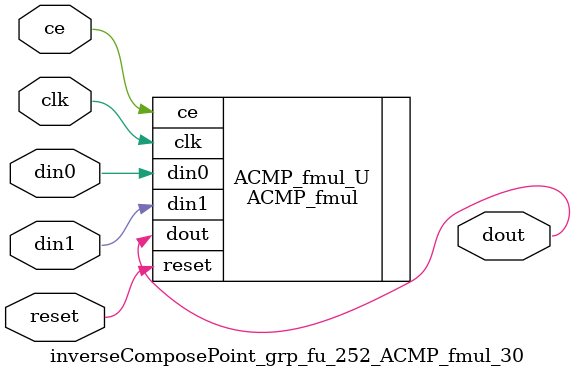
<source format=v>

`timescale 1 ns / 1 ps
module inverseComposePoint_grp_fu_252_ACMP_fmul_30(
    clk,
    reset,
    ce,
    din0,
    din1,
    dout);

parameter ID = 32'd1;
parameter NUM_STAGE = 32'd1;
parameter din0_WIDTH = 32'd1;
parameter din1_WIDTH = 32'd1;
parameter dout_WIDTH = 32'd1;
input clk;
input reset;
input ce;
input[din0_WIDTH - 1:0] din0;
input[din1_WIDTH - 1:0] din1;
output[dout_WIDTH - 1:0] dout;



ACMP_fmul #(
.ID( ID ),
.NUM_STAGE( 4 ),
.din0_WIDTH( din0_WIDTH ),
.din1_WIDTH( din1_WIDTH ),
.dout_WIDTH( dout_WIDTH ))
ACMP_fmul_U(
    .clk( clk ),
    .reset( reset ),
    .ce( ce ),
    .din0( din0 ),
    .din1( din1 ),
    .dout( dout ));

endmodule

</source>
